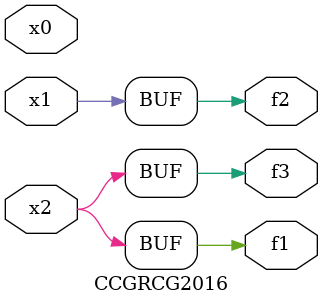
<source format=v>
module CCGRCG2016(
	input x0, x1, x2,
	output f1, f2, f3
);
	assign f1 = x2;
	assign f2 = x1;
	assign f3 = x2;
endmodule

</source>
